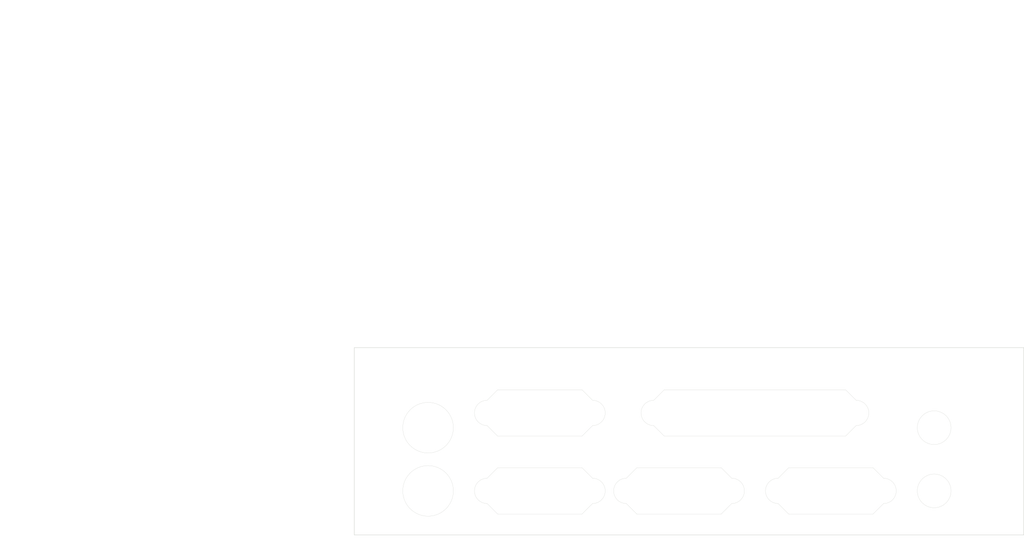
<source format=kicad_pcb>
(kicad_pcb (version 20221018) (generator pcbnew)

  (general
    (thickness 1.6)
  )

  (paper "A4")
  (title_block
    (title "Raven 68060")
    (date "2024")
    (rev "A1")
    (company "Licensed under CERN-OHL-W v2")
    (comment 1 "(c)2024 Anders Granlund")
  )

  (layers
    (0 "F.Cu" signal)
    (31 "B.Cu" signal)
    (32 "B.Adhes" user "B.Adhesive")
    (33 "F.Adhes" user "F.Adhesive")
    (34 "B.Paste" user)
    (35 "F.Paste" user)
    (36 "B.SilkS" user "B.Silkscreen")
    (37 "F.SilkS" user "F.Silkscreen")
    (38 "B.Mask" user)
    (39 "F.Mask" user)
    (40 "Dwgs.User" user "User.Drawings")
    (41 "Cmts.User" user "User.Comments")
    (42 "Eco1.User" user "User.Eco1")
    (43 "Eco2.User" user "User.Eco2")
    (44 "Edge.Cuts" user)
    (45 "Margin" user)
    (46 "B.CrtYd" user "B.Courtyard")
    (47 "F.CrtYd" user "F.Courtyard")
    (48 "B.Fab" user)
    (49 "F.Fab" user)
    (50 "User.1" user)
    (51 "User.2" user)
    (52 "User.3" user)
    (53 "User.4" user)
    (54 "User.5" user)
    (55 "User.6" user)
    (56 "User.7" user)
    (57 "User.8" user)
    (58 "User.9" user)
  )

  (setup
    (pad_to_mask_clearance 0)
    (pcbplotparams
      (layerselection 0x00010fc_ffffffff)
      (plot_on_all_layers_selection 0x0000000_00000000)
      (disableapertmacros false)
      (usegerberextensions false)
      (usegerberattributes true)
      (usegerberadvancedattributes true)
      (creategerberjobfile true)
      (dashed_line_dash_ratio 12.000000)
      (dashed_line_gap_ratio 3.000000)
      (svgprecision 4)
      (plotframeref false)
      (viasonmask false)
      (mode 1)
      (useauxorigin false)
      (hpglpennumber 1)
      (hpglpenspeed 20)
      (hpglpendiameter 15.000000)
      (dxfpolygonmode true)
      (dxfimperialunits true)
      (dxfusepcbnewfont true)
      (psnegative false)
      (psa4output false)
      (plotreference true)
      (plotvalue true)
      (plotinvisibletext false)
      (sketchpadsonfab false)
      (subtractmaskfromsilk false)
      (outputformat 1)
      (mirror false)
      (drillshape 1)
      (scaleselection 1)
      (outputdirectory "")
    )
  )

  (net 0 "")

  (gr_arc (start 171 118.5) (mid 168 115.5) (end 171 112.5)
    (stroke (width 0.05) (type default)) (layer "Edge.Cuts") (tstamp 022809f4-506e-451a-8c9c-697055e9b108))
  (gr_line (start 154 139.5) (end 156.5 137)
    (stroke (width 0.05) (type default)) (layer "Edge.Cuts") (tstamp 02ce4c55-f45e-47ea-aa3e-ed9a93b4c6ba))
  (gr_line (start 223 139.5) (end 225.5 137)
    (stroke (width 0.05) (type default)) (layer "Edge.Cuts") (tstamp 073bf153-8dfd-450e-b8a6-d810f6635025))
  (gr_arc (start 219 112.5) (mid 222 115.5) (end 219 118.5)
    (stroke (width 0.05) (type default)) (layer "Edge.Cuts") (tstamp 0cf961e7-9a93-43bd-9445-3ed17ca68151))
  (gr_line (start 154 110) (end 156.5 112.5)
    (stroke (width 0.05) (type default)) (layer "Edge.Cuts") (tstamp 14193523-37ed-4946-aa86-5276eda86816))
  (gr_line (start 134 121) (end 154 121)
    (stroke (width 0.05) (type default)) (layer "Edge.Cuts") (tstamp 17586430-5503-4207-ba97-868ffa0f197a))
  (gr_line (start 134 128.5) (end 154 128.5)
    (stroke (width 0.05) (type default)) (layer "Edge.Cuts") (tstamp 1ccbe522-3ede-405c-a38b-6e8578f99ca9))
  (gr_arc (start 131.5 118.5) (mid 128.5 115.5) (end 131.5 112.5)
    (stroke (width 0.05) (type default)) (layer "Edge.Cuts") (tstamp 2459127f-7cb8-4720-8a63-2d8315e73c7a))
  (gr_arc (start 156.5 131) (mid 159.5 134) (end 156.5 137)
    (stroke (width 0.05) (type default)) (layer "Edge.Cuts") (tstamp 2a83f176-4da5-4915-a35b-8845cb60c81d))
  (gr_line (start 173.5 110) (end 171 112.5)
    (stroke (width 0.05) (type default)) (layer "Edge.Cuts") (tstamp 2bf6735e-81e3-420b-88b2-ed59bc30fe83))
  (gr_arc (start 131.5 137) (mid 128.5 134) (end 131.5 131)
    (stroke (width 0.05) (type default)) (layer "Edge.Cuts") (tstamp 2e1afb59-aa53-4dc1-b164-d8a5e08c6a94))
  (gr_circle (center 237.5 134) (end 241.5 134)
    (stroke (width 0.05) (type default)) (fill none) (layer "Edge.Cuts") (tstamp 33abe2b0-ea37-40a4-90c4-10b2796c2e56))
  (gr_line (start 154 128.5) (end 156.5 131)
    (stroke (width 0.05) (type default)) (layer "Edge.Cuts") (tstamp 39a2b56a-eded-451f-8cbe-aa2d076147b4))
  (gr_arc (start 164.5 137) (mid 161.5 134) (end 164.5 131)
    (stroke (width 0.05) (type default)) (layer "Edge.Cuts") (tstamp 42cdce8c-389c-42d5-9b98-1d389d0a2db7))
  (gr_line (start 203 128.5) (end 223 128.5)
    (stroke (width 0.05) (type default)) (layer "Edge.Cuts") (tstamp 45f19ad1-9418-4dbb-a259-0baf62230388))
  (gr_line (start 131.5 118.5) (end 134 121)
    (stroke (width 0.05) (type default)) (layer "Edge.Cuts") (tstamp 473de317-8246-4e65-8984-285ee2c01f7c))
  (gr_line (start 164.5 137) (end 167 139.5)
    (stroke (width 0.05) (type default)) (layer "Edge.Cuts") (tstamp 4e95c36e-9af1-4849-a15d-a51ef23c7d0a))
  (gr_arc (start 200.5 137) (mid 197.5 134) (end 200.5 131)
    (stroke (width 0.05) (type default)) (layer "Edge.Cuts") (tstamp 59d386f7-4d90-46b6-a114-3e0f1f85de1a))
  (gr_arc (start 189.5 131) (mid 192.5 134) (end 189.5 137)
    (stroke (width 0.05) (type default)) (layer "Edge.Cuts") (tstamp 68a958ea-5620-462f-905b-939648633883))
  (gr_line (start 131.5 137) (end 134 139.5)
    (stroke (width 0.05) (type default)) (layer "Edge.Cuts") (tstamp 6a64f5c8-96f5-4d0b-a5de-58eb8edb5d0b))
  (gr_rect (start 100 100) (end 258.75 144.45)
    (stroke (width 0.1) (type solid)) (fill none) (layer "Edge.Cuts") (tstamp 6d1794da-22a6-4c02-aaa3-8e8be337af89))
  (gr_line (start 134 139.5) (end 154 139.5)
    (stroke (width 0.05) (type default)) (layer "Edge.Cuts") (tstamp 759c4e8b-47e2-4f86-a856-474d20ff39ea))
  (gr_line (start 216.5 121) (end 219 118.5)
    (stroke (width 0.05) (type default)) (layer "Edge.Cuts") (tstamp 78eb3f17-23c1-4f50-8fb4-28608a53f1ce))
  (gr_circle (center 117.5 134) (end 123.5 134)
    (stroke (width 0.05) (type default)) (fill none) (layer "Edge.Cuts") (tstamp 79b43dfa-5268-4450-b235-58495daaf560))
  (gr_line (start 200.5 137) (end 203 139.5)
    (stroke (width 0.05) (type default)) (layer "Edge.Cuts") (tstamp 7ca3869d-12dc-4128-a923-1eb5c537f13e))
  (gr_line (start 154 121) (end 156.5 118.5)
    (stroke (width 0.05) (type default)) (layer "Edge.Cuts") (tstamp 7da6ac1e-c161-4cc3-b64f-6bcd0d38bb3c))
  (gr_line (start 167 128.5) (end 164.5 131)
    (stroke (width 0.05) (type default)) (layer "Edge.Cuts") (tstamp 81e754c9-0594-4c71-b10f-ba782b0d6191))
  (gr_line (start 134 110) (end 131.5 112.5)
    (stroke (width 0.05) (type default)) (layer "Edge.Cuts") (tstamp 87612dea-50b5-493a-8d13-2d1a7cd95f34))
  (gr_circle (center 237.5 119) (end 241.5 119)
    (stroke (width 0.05) (type default)) (fill none) (layer "Edge.Cuts") (tstamp 8819d434-1a24-4520-82ec-eac69d79119a))
  (gr_arc (start 225.5 131) (mid 228.5 134) (end 225.5 137)
    (stroke (width 0.05) (type default)) (layer "Edge.Cuts") (tstamp 964c306d-ff6b-423e-b7ff-a41b120ce19d))
  (gr_line (start 134 110) (end 154 110)
    (stroke (width 0.05) (type default)) (layer "Edge.Cuts") (tstamp a7621ff9-7d88-4773-bb89-42080fd95e0b))
  (gr_line (start 134 128.5) (end 131.5 131)
    (stroke (width 0.05) (type default)) (layer "Edge.Cuts") (tstamp ac2a7582-5e08-41cb-985a-226d53e2bdf6))
  (gr_line (start 173.5 110) (end 216.5 110)
    (stroke (width 0.05) (type default)) (layer "Edge.Cuts") (tstamp b2b20e2c-93c7-4bcc-b982-c7ce4bc91afd))
  (gr_line (start 216.5 110) (end 219 112.5)
    (stroke (width 0.05) (type default)) (layer "Edge.Cuts") (tstamp b4125478-4f8a-459e-bd98-05d64670276b))
  (gr_circle (center 117.5 119) (end 123.5 119)
    (stroke (width 0.05) (type default)) (fill none) (layer "Edge.Cuts") (tstamp b44dc8a1-7425-42e5-8d3a-41cde22beb2f))
  (gr_line (start 173.5 121) (end 216.5 121)
    (stroke (width 0.05) (type default)) (layer "Edge.Cuts") (tstamp bd0c0346-f188-452b-b9bd-929c4facf118))
  (gr_line (start 203 128.5) (end 200.5 131)
    (stroke (width 0.05) (type default)) (layer "Edge.Cuts") (tstamp c10b1bfc-c710-45cf-8c82-fb3a216c3996))
  (gr_arc (start 156.5 112.5) (mid 159.5 115.5) (end 156.5 118.5)
    (stroke (width 0.05) (type default)) (layer "Edge.Cuts") (tstamp cba41d5e-6e2e-4ec6-89e9-2d365ac00caf))
  (gr_line (start 171 118.5) (end 173.5 121)
    (stroke (width 0.05) (type default)) (layer "Edge.Cuts") (tstamp d4072c90-d3db-4d51-87f1-c009b3ffec0d))
  (gr_line (start 203 139.5) (end 223 139.5)
    (stroke (width 0.05) (type default)) (layer "Edge.Cuts") (tstamp e0646b58-4109-4d41-9a24-b88c6f0c6795))
  (gr_line (start 223 128.5) (end 225.5 131)
    (stroke (width 0.05) (type default)) (layer "Edge.Cuts") (tstamp ed11fd31-6bb9-481c-83df-e698f1dd58b5))
  (gr_line (start 167 128.5) (end 187 128.5)
    (stroke (width 0.05) (type default)) (layer "Edge.Cuts") (tstamp eee23d44-cc79-4957-aa4d-2fc3c8d2bb48))
  (gr_line (start 167 139.5) (end 187 139.5)
    (stroke (width 0.05) (type default)) (layer "Edge.Cuts") (tstamp f07bd500-6303-4722-a416-d7bf46b408d7))
  (gr_line (start 187 139.5) (end 189.5 137)
    (stroke (width 0.05) (type default)) (layer "Edge.Cuts") (tstamp f0be7bcf-9d91-4f33-93ea-5fb8d4358a4e))
  (gr_line (start 187 128.5) (end 189.5 131)
    (stroke (width 0.05) (type default)) (layer "Edge.Cuts") (tstamp fba4a2d7-bd57-4aab-aec7-a776c0c021ba))
  (gr_line (start 113 107) (end 113 107)
    (stroke (width 0.1) (type default)) (layer "User.2") (tstamp a76cebe7-bdf5-4be9-9f6d-4eba86ec1417))
  (gr_text "Raven 68060 rev.A1\nATX IO Shield dimensions" (at 16 31) (layer "Dwgs.User") (tstamp d6fd794b-3813-4826-8002-5603a7baabbf)
    (effects (font (size 5 5) (thickness 0.15)) (justify left bottom))
  )
  (gr_text "MOUSE\nKEYBOARD" (at 117.5 149) (layer "F.Fab") (tstamp 0150b7e7-0e0e-43ed-9ea4-2c7d39ef82e1)
    (effects (font (size 1 1) (thickness 0.15)) (justify bottom))
  )
  (gr_text "LPT1\nCOM2     COM1" (at 194 149) (layer "F.Fab") (tstamp 261161bd-b225-4d6d-ba9b-e2a1032a226c)
    (effects (font (size 1 1) (thickness 0.15)) (justify bottom))
  )
  (gr_text "JOY0\nJOY1" (at 143 149) (layer "F.Fab") (tstamp 9c2fc424-4863-4254-bacd-049ce936354d)
    (effects (font (size 1 1) (thickness 0.15)) (justify bottom))
  )
  (gr_text "MIDI-OUT\nYM2149 / MIDI-IN" (at 237.5 149) (layer "F.Fab") (tstamp f5376cd9-0727-4e19-872d-8e247283805e)
    (effects (font (size 1 1) (thickness 0.15)) (justify left bottom))
  )
  (dimension (type aligned) (layer "F.Fab") (tstamp 29a27852-651c-47ca-8301-b59fa862bd4d)
    (pts (xy 111.5 134) (xy 123.5 134))
    (height -7)
    (gr_text "12.00 mm" (at 117.5 125.85) (layer "F.Fab") (tstamp 29a27852-651c-47ca-8301-b59fa862bd4d)
      (effects (font (size 1 1) (thickness 0.15)))
    )
    (format (prefix "") (suffix "") (units 3) (units_format 1) (precision 2))
    (style (thickness 0.1) (arrow_length 1.27) (text_position_mode 0) (extension_height 0.58642) (extension_offset 0.5) keep_text_aligned)
  )
  (dimension (type orthogonal) (layer "F.Fab") (tstamp 01ac4847-de1b-4cb3-be57-eb18d3725032)
    (pts (xy 237.5 119) (xy 258.75 100))
    (height 7.5)
    (orientation 1)
    (gr_text "19.00 mm" (at 243.85 109.5 90) (layer "F.Fab") (tstamp 01ac4847-de1b-4cb3-be57-eb18d3725032)
      (effects (font (size 1 1) (thickness 0.15)))
    )
    (format (prefix "") (suffix "") (units 3) (units_format 1) (precision 2))
    (style (thickness 0.05) (arrow_length 1.27) (text_position_mode 0) (extension_height 0.58642) (extension_offset 0.5) keep_text_aligned)
  )
  (dimension (type orthogonal) (layer "F.Fab") (tstamp 03e2cdb3-7e6c-4824-b238-e2c9df3ac1ac)
    (pts (xy 237.5 119) (xy 100 100))
    (height -48)
    (orientation 0)
    (gr_text "137.50 mm" (at 168.75 69.85) (layer "F.Fab") (tstamp 03e2cdb3-7e6c-4824-b238-e2c9df3ac1ac)
      (effects (font (size 1 1) (thickness 0.15)))
    )
    (format (prefix "") (suffix "") (units 3) (units_format 1) (precision 2))
    (style (thickness 0.05) (arrow_length 1.27) (text_position_mode 0) (extension_height 0.58642) (extension_offset 0.5) keep_text_aligned)
  )
  (dimension (type orthogonal) (layer "F.Fab") (tstamp 0cc0e5e3-f9c7-46a4-b08c-703e45766af3)
    (pts (xy 237.5 119) (xy 237.5 134))
    (height 7.5)
    (orientation 1)
    (gr_text "15.00 mm" (at 243.85 126.5 90) (layer "F.Fab") (tstamp 0cc0e5e3-f9c7-46a4-b08c-703e45766af3)
      (effects (font (size 1 1) (thickness 0.15)))
    )
    (format (prefix "") (suffix "") (units 3) (units_format 1) (precision 2))
    (style (thickness 0.05) (arrow_length 1.27) (text_position_mode 0) (extension_height 0.58642) (extension_offset 0.5) keep_text_aligned)
  )
  (dimension (type orthogonal) (layer "F.Fab") (tstamp 0d8c3fa5-2cb8-46ce-a590-5e3a15c5661e)
    (pts (xy 171 115.5) (xy 219 115.5))
    (height 0)
    (orientation 0)
    (gr_text "48.00 mm" (at 195 114.35) (layer "F.Fab") (tstamp 0d8c3fa5-2cb8-46ce-a590-5e3a15c5661e)
      (effects (font (size 1 1) (thickness 0.15)))
    )
    (format (prefix "") (suffix "") (units 3) (units_format 1) (precision 2))
    (style (thickness 0.05) (arrow_length 1.27) (text_position_mode 0) (extension_height 0.58642) (extension_offset 0.5) keep_text_aligned)
  )
  (dimension (type orthogonal) (layer "F.Fab") (tstamp 0dc7c66f-29af-474d-8251-acde00ed7a33)
    (pts (xy 131.5 115.5) (xy 131 100))
    (height -4.5)
    (orientation 1)
    (gr_text "15.50 mm" (at 125.85 107.75 90) (layer "F.Fab") (tstamp 0dc7c66f-29af-474d-8251-acde00ed7a33)
      (effects (font (size 1 1) (thickness 0.15)))
    )
    (format (prefix "") (suffix "") (units 3) (units_format 1) (precision 2))
    (style (thickness 0.05) (arrow_length 1.27) (text_position_mode 0) (extension_height 0.58642) (extension_offset 0.5) keep_text_aligned)
  )
  (dimension (type orthogonal) (layer "F.Fab") (tstamp 17483193-eeb9-46ac-9847-2b256c75243c)
    (pts (xy 131.5 115.5) (xy 156.5 115.5))
    (height 0)
    (orientation 0)
    (gr_text "25.00 mm" (at 144 114.35) (layer "F.Fab") (tstamp 17483193-eeb9-46ac-9847-2b256c75243c)
      (effects (font (size 1 1) (thickness 0.15)))
    )
    (format (prefix "") (suffix "") (units 3) (units_format 1) (precision 2))
    (style (thickness 0.05) (arrow_length 1.27) (text_position_mode 0) (extension_height 0.58642) (extension_offset 0.5) keep_text_aligned)
  )
  (dimension (type orthogonal) (layer "F.Fab") (tstamp 1d62f12f-1f9b-47ba-ac34-bd578b846b56)
    (pts (xy 237.5 119) (xy 258.75 100))
    (height -21)
    (orientation 0)
    (gr_text "21.2500 mm" (at 248.125 96.85) (layer "F.Fab") (tstamp 1d62f12f-1f9b-47ba-ac34-bd578b846b56)
      (effects (font (size 1 1) (thickness 0.15)))
    )
    (format (prefix "") (suffix "") (units 3) (units_format 1) (precision 4))
    (style (thickness 0.1) (arrow_length 1.27) (text_position_mode 0) (extension_height 0.58642) (extension_offset 0.5) keep_text_aligned)
  )
  (dimension (type orthogonal) (layer "F.Fab") (tstamp 227517a1-6db1-4e56-b408-b6d67ec70972)
    (pts (xy 237.5 134) (xy 258.75 100))
    (height 12.5)
    (orientation 1)
    (gr_text "34.0000 mm" (at 248.85 117 90) (layer "F.Fab") (tstamp 227517a1-6db1-4e56-b408-b6d67ec70972)
      (effects (font (size 1 1) (thickness 0.15)))
    )
    (format (prefix "") (suffix "") (units 3) (units_format 1) (precision 4))
    (style (thickness 0.1) (arrow_length 1.27) (text_position_mode 0) (extension_height 0.58642) (extension_offset 0.5) keep_text_aligned)
  )
  (dimension (type orthogonal) (layer "F.Fab") (tstamp 26477262-aea1-4ecd-b9b6-04d54cdabb8a)
    (pts (xy 128.5 134) (xy 134.5 134))
    (height -7)
    (orientation 0)
    (gr_text "6.00 mm" (at 131.5 125.85) (layer "F.Fab") (tstamp 26477262-aea1-4ecd-b9b6-04d54cdabb8a)
      (effects (font (size 1 1) (thickness 0.15)))
    )
    (format (prefix "") (suffix "") (units 3) (units_format 1) (precision 2))
    (style (thickness 0.05) (arrow_length 1.27) (text_position_mode 0) (extension_height 0.58642) (extension_offset 0.5) keep_text_aligned)
  )
  (dimension (type orthogonal) (layer "F.Fab") (tstamp 36a778f7-44d3-437d-b0b0-ccdaf80e0ae1)
    (pts (xy 131.5 115.5) (xy 100 100))
    (height -20.5)
    (orientation 0)
    (gr_text "31.5000 mm" (at 115.75 93.85) (layer "F.Fab") (tstamp 36a778f7-44d3-437d-b0b0-ccdaf80e0ae1)
      (effects (font (size 1 1) (thickness 0.15)))
    )
    (format (prefix "") (suffix "") (units 3) (units_format 1) (precision 4))
    (style (thickness 0.05) (arrow_length 1.27) (text_position_mode 0) (extension_height 0.58642) (extension_offset 0.5) keep_text_aligned)
  )
  (dimension (type orthogonal) (layer "F.Fab") (tstamp 391c2af2-1f40-454b-b3da-1d3ed752102d)
    (pts (xy 200.5 134) (xy 225.5 134))
    (height 0)
    (orientation 0)
    (gr_text "25.00 mm" (at 213 132.85) (layer "F.Fab") (tstamp 391c2af2-1f40-454b-b3da-1d3ed752102d)
      (effects (font (size 1 1) (thickness 0.15)))
    )
    (format (prefix "") (suffix "") (units 3) (units_format 1) (precision 2))
    (style (thickness 0.05) (arrow_length 1.27) (text_position_mode 0) (extension_height 0.58642) (extension_offset 0.5) keep_text_aligned)
  )
  (dimension (type orthogonal) (layer "F.Fab") (tstamp 3e7e0c93-914e-4b13-8ec3-2936944bcabe)
    (pts (xy 223 128.5) (xy 222.5 100))
    (height 6.5)
    (orientation 1)
    (gr_text "28.5000 mm" (at 228.35 114.25 90) (layer "F.Fab") (tstamp 3e7e0c93-914e-4b13-8ec3-2936944bcabe)
      (effects (font (size 1 1) (thickness 0.15)))
    )
    (format (prefix "") (suffix "") (units 3) (units_format 1) (precision 4))
    (style (thickness 0.1) (arrow_length 1.27) (text_position_mode 0) (extension_height 0.58642) (extension_offset 0.5) keep_text_aligned)
  )
  (dimension (type orthogonal) (layer "F.Fab") (tstamp 40aa9d75-24c2-4143-a876-7b64b9c6aeb7)
    (pts (xy 100 144.45) (xy 100 100))
    (height -4)
    (orientation 1)
    (gr_text "44.4500 mm" (at 94.85 122.225 90) (layer "F.Fab") (tstamp 40aa9d75-24c2-4143-a876-7b64b9c6aeb7)
      (effects (font (size 1 1) (thickness 0.15)))
    )
    (format (prefix "") (suffix "") (units 3) (units_format 1) (precision 4))
    (style (thickness 0.05) (arrow_length 1.27) (text_position_mode 0) (extension_height 0.58642) (extension_offset 0.5) keep_text_aligned)
  )
  (dimension (type orthogonal) (layer "F.Fab") (tstamp 49fa8e93-df75-4bee-926e-05bcd2ea2185)
    (pts (xy 219 115.5) (xy 100 100))
    (height -38.5)
    (orientation 0)
    (gr_text "119.00 mm" (at 159.5 75.85) (layer "F.Fab") (tstamp 49fa8e93-df75-4bee-926e-05bcd2ea2185)
      (effects (font (size 1 1) (thickness 0.15)))
    )
    (format (prefix "") (suffix "") (units 3) (units_format 1) (precision 2))
    (style (thickness 0.05) (arrow_length 1.27) (text_position_mode 0) (extension_height 0.58642) (extension_offset 0.5) keep_text_aligned)
  )
  (dimension (type orthogonal) (layer "F.Fab") (tstamp 4a10e739-7fd3-4c8d-b800-b94dff9649ee)
    (pts (xy 223 139.5) (xy 222.5 100))
    (height 9)
    (orientation 1)
    (gr_text "39.5000 mm" (at 230.85 119.75 90) (layer "F.Fab") (tstamp 4a10e739-7fd3-4c8d-b800-b94dff9649ee)
      (effects (font (size 1 1) (thickness 0.15)))
    )
    (format (prefix "") (suffix "") (units 3) (units_format 1) (precision 4))
    (style (thickness 0.1) (arrow_length 1.27) (text_position_mode 0) (extension_height 0.58642) (extension_offset 0.5) keep_text_aligned)
  )
  (dimension (type orthogonal) (layer "F.Fab") (tstamp 4f2a3511-a61a-4391-a66a-1558fdc2456a)
    (pts (xy 164.5 134) (xy 189.5 134))
    (height 0)
    (orientation 0)
    (gr_text "25.00 mm" (at 177 132.85) (layer "F.Fab") (tstamp 4f2a3511-a61a-4391-a66a-1558fdc2456a)
      (effects (font (size 1 1) (thickness 0.15)))
    )
    (format (prefix "") (suffix "") (units 3) (units_format 1) (precision 2))
    (style (thickness 0.05) (arrow_length 1.27) (text_position_mode 0) (extension_height 0.58642) (extension_offset 0.5) keep_text_aligned)
  )
  (dimension (type orthogonal) (layer "F.Fab") (tstamp 5e21950f-cdf2-4f2a-abcf-9802e60b4931)
    (pts (xy 131.5 115.5) (xy 131.5 134))
    (height -4.5)
    (orientation 1)
    (gr_text "18.50 mm" (at 125.85 124.75 90) (layer "F.Fab") (tstamp 5e21950f-cdf2-4f2a-abcf-9802e60b4931)
      (effects (font (size 1 1) (thickness 0.15)))
    )
    (format (prefix "") (suffix "") (units 3) (units_format 1) (precision 2))
    (style (thickness 0.05) (arrow_length 1.27) (text_position_mode 0) (extension_height 0.58642) (extension_offset 0.5) keep_text_aligned)
  )
  (dimension (type orthogonal) (layer "F.Fab") (tstamp 78015952-07d7-4bbb-a774-9993d05d761d)
    (pts (xy 171 115.5) (xy 100 100))
    (height -29.5)
    (orientation 0)
    (gr_text "71.00 mm" (at 135.5 84.85) (layer "F.Fab") (tstamp 78015952-07d7-4bbb-a774-9993d05d761d)
      (effects (font (size 1 1) (thickness 0.15)))
    )
    (format (prefix "") (suffix "") (units 3) (units_format 1) (precision 2))
    (style (thickness 0.05) (arrow_length 1.27) (text_position_mode 0) (extension_height 0.58642) (extension_offset 0.5) keep_text_aligned)
  )
  (dimension (type orthogonal) (layer "F.Fab") (tstamp 7a82d8dd-6dbe-4e9f-ac15-12d68ad20343)
    (pts (xy 131.5 134) (xy 156.5 134))
    (height 0)
    (orientation 0)
    (gr_text "25.00 mm" (at 144 132.85) (layer "F.Fab") (tstamp 7a82d8dd-6dbe-4e9f-ac15-12d68ad20343)
      (effects (font (size 1 1) (thickness 0.15)))
    )
    (format (prefix "") (suffix "") (units 3) (units_format 1) (precision 2))
    (style (thickness 0.05) (arrow_length 1.27) (text_position_mode 0) (extension_height 0.58642) (extension_offset 0.5) keep_text_aligned)
  )
  (dimension (type orthogonal) (layer "F.Fab") (tstamp 81a45086-8c4a-4931-889e-227ba375b4ac)
    (pts (xy 200.5 134) (xy 100 100))
    (height -54)
    (orientation 0)
    (gr_text "100.50 mm" (at 150.25 78.85) (layer "F.Fab") (tstamp 81a45086-8c4a-4931-889e-227ba375b4ac)
      (effects (font (size 1 1) (thickness 0.15)))
    )
    (format (prefix "") (suffix "") (units 3) (units_format 1) (precision 2))
    (style (thickness 0.05) (arrow_length 1.27) (text_position_mode 0) (extension_height 0.58642) (extension_offset 0.5) keep_text_aligned)
  )
  (dimension (type orthogonal) (layer "F.Fab") (tstamp 93072eca-06d6-4f09-a90f-53497e450c50)
    (pts (xy 117.5 119) (xy 100 100))
    (height -6.5)
    (orientation 1)
    (gr_text "19.00 mm" (at 109.85 109.5 90) (layer "F.Fab") (tstamp 93072eca-06d6-4f09-a90f-53497e450c50)
      (effects (font (size 1 1) (thickness 0.15)))
    )
    (format (prefix "") (suffix "") (units 3) (units_format 1) (precision 2))
    (style (thickness 0.05) (arrow_length 1.27) (text_position_mode 0) (extension_height 0.58642) (extension_offset 0.5) keep_text_aligned)
  )
  (dimension (type orthogonal) (layer "F.Fab") (tstamp 96cb78e3-303d-4b03-bf7e-b1bc76e8c9ae)
    (pts (xy 189.5 134) (xy 100 100))
    (height -51)
    (orientation 0)
    (gr_text "89.50 mm" (at 144.75 81.85) (layer "F.Fab") (tstamp 96cb78e3-303d-4b03-bf7e-b1bc76e8c9ae)
      (effects (font (size 1 1) (thickness 0.15)))
    )
    (format (prefix "") (suffix "") (units 3) (units_format 1) (precision 2))
    (style (thickness 0.05) (arrow_length 1.27) (text_position_mode 0) (extension_height 0.58642) (extension_offset 0.5) keep_text_aligned)
  )
  (dimension (type orthogonal) (layer "F.Fab") (tstamp 9c0ba917-8fa2-41e5-88e8-f99f66938f8d)
    (pts (xy 117.5 119) (xy 117.5 134))
    (height -6.5)
    (orientation 1)
    (gr_text "15.00 mm" (at 109.85 126.5 90) (layer "F.Fab") (tstamp 9c0ba917-8fa2-41e5-88e8-f99f66938f8d)
      (effects (font (size 1 1) (thickness 0.15)))
    )
    (format (prefix "") (suffix "") (units 3) (units_format 1) (precision 2))
    (style (thickness 0.05) (arrow_length 1.27) (text_position_mode 0) (extension_height 0.58642) (extension_offset 0.5) keep_text_aligned)
  )
  (dimension (type orthogonal) (layer "F.Fab") (tstamp aa35b94e-3c69-4e26-bc02-f6e0a194c46a)
    (pts (xy 117.5 119) (xy 100 119))
    (height -21)
    (orientation 0)
    (gr_text "17.50 mm" (at 108.75 96.85) (layer "F.Fab") (tstamp aa35b94e-3c69-4e26-bc02-f6e0a194c46a)
      (effects (font (size 1 1) (thickness 0.15)))
    )
    (format (prefix "") (suffix "") (units 3) (units_format 1) (precision 2))
    (style (thickness 0.05) (arrow_length 1.27) (text_position_mode 0) (extension_height 0.58642) (extension_offset 0.5) keep_text_aligned)
  )
  (dimension (type orthogonal) (layer "F.Fab") (tstamp b2475268-e9c8-4f42-9a55-c0766d7a07c8)
    (pts (xy 258.75 100) (xy 100 100))
    (height -32)
    (orientation 0)
    (gr_text "158.75 mm" (at 179.375 66.85) (layer "F.Fab") (tstamp b2475268-e9c8-4f42-9a55-c0766d7a07c8)
      (effects (font (size 1 1) (thickness 0.15)))
    )
    (format (prefix "") (suffix "") (units 3) (units_format 1) (precision 2))
    (style (thickness 0.05) (arrow_length 1.27) (text_position_mode 0) (extension_height 0.58642) (extension_offset 0.5) keep_text_aligned)
  )
  (dimension (type orthogonal) (layer "F.Fab") (tstamp b8cb6eb3-2b9a-4f8b-b0af-79f175210b6e)
    (pts (xy 233.5 134) (xy 241.5 134))
    (height -6)
    (orientation 0)
    (gr_text "8.00 mm" (at 237.5 126.85) (layer "F.Fab") (tstamp b8cb6eb3-2b9a-4f8b-b0af-79f175210b6e)
      (effects (font (size 1 1) (thickness 0.15)))
    )
    (format (prefix "") (suffix "") (units 3) (units_format 1) (precision 2))
    (style (thickness 0.05) (arrow_length 1.27) (text_position_mode 0) (extension_height 0.58642) (extension_offset 0.5) keep_text_aligned)
  )
  (dimension (type orthogonal) (layer "F.Fab") (tstamp b91241d9-de18-48b2-bb05-7fe4a3594a08)
    (pts (xy 154 121) (xy 153.5 100))
    (height 8.5)
    (orientation 1)
    (gr_text "21.0000 mm" (at 161.35 110.5 90) (layer "F.Fab") (tstamp b91241d9-de18-48b2-bb05-7fe4a3594a08)
      (effects (font (size 1 1) (thickness 0.15)))
    )
    (format (prefix "") (suffix "") (units 3) (units_format 1) (precision 4))
    (style (thickness 0.1) (arrow_length 1.27) (text_position_mode 0) (extension_height 0.58642) (extension_offset 0.5) keep_text_aligned)
  )
  (dimension (type orthogonal) (layer "F.Fab") (tstamp c0b6e4eb-0bad-437b-a3a0-949ab8599bbf)
    (pts (xy 134 110) (xy 134 100))
    (height 10.5)
    (orientation 1)
    (gr_text "10.0000 mm" (at 143.35 105 90) (layer "F.Fab") (tstamp c0b6e4eb-0bad-437b-a3a0-949ab8599bbf)
      (effects (font (size 1 1) (thickness 0.15)))
    )
    (format (prefix "") (suffix "") (units 3) (units_format 1) (precision 4))
    (style (thickness 0.1) (arrow_length 1.27) (text_position_mode 0) (extension_height 0.58642) (extension_offset 0.5) keep_text_aligned)
  )
  (dimension (type orthogonal) (layer "F.Fab") (tstamp d19f6439-e169-425a-98ae-789fdef4d66a)
    (pts (xy 156.5 115.5) (xy 100 100))
    (height -23.5)
    (orientation 0)
    (gr_text "56.50 mm" (at 128.25 90.85) (layer "F.Fab") (tstamp d19f6439-e169-425a-98ae-789fdef4d66a)
      (effects (font (size 1 1) (thickness 0.15)))
    )
    (format (prefix "") (suffix "") (units 3) (units_format 1) (precision 2))
    (style (thickness 0.05) (arrow_length 1.27) (text_position_mode 0) (extension_height 0.58642) (extension_offset 0.5) keep_text_aligned)
  )
  (dimension (type orthogonal) (layer "F.Fab") (tstamp daebf798-c9d5-43af-a062-6280cb81640f)
    (pts (xy 117.5 134) (xy 100 100))
    (height -10.5)
    (orientation 1)
    (gr_text "34.00 mm" (at 105.85 117 90) (layer "F.Fab") (tstamp daebf798-c9d5-43af-a062-6280cb81640f)
      (effects (font (size 1 1) (thickness 0.15)))
    )
    (format (prefix "") (suffix "") (units 3) (units_format 1) (precision 2))
    (style (thickness 0.05) (arrow_length 1.27) (text_position_mode 0) (extension_height 0.58642) (extension_offset 0.5) keep_text_aligned)
  )
  (dimension (type orthogonal) (layer "F.Fab") (tstamp dd69700f-b774-42d4-aee1-62f93077ec90)
    (pts (xy 164.5 134) (xy 100 100))
    (height -45)
    (orientation 0)
    (gr_text "64.50 mm" (at 132.25 87.85) (layer "F.Fab") (tstamp dd69700f-b774-42d4-aee1-62f93077ec90)
      (effects (font (size 1 1) (thickness 0.15)))
    )
    (format (prefix "") (suffix "") (units 3) (units_format 1) (precision 2))
    (style (thickness 0.05) (arrow_length 1.27) (text_position_mode 0) (extension_height 0.58642) (extension_offset 0.5) keep_text_aligned)
  )
  (dimension (type orthogonal) (layer "F.Fab") (tstamp e8ee399e-8e20-4267-bebf-70ceb6a16090)
    (pts (xy 225.5 134) (xy 100 98))
    (height -60)
    (orientation 0)
    (gr_text "125.50 mm" (at 162.75 72.85) (layer "F.Fab") (tstamp e8ee399e-8e20-4267-bebf-70ceb6a16090)
      (effects (font (size 1 1) (thickness 0.15)))
    )
    (format (prefix "") (suffix "") (units 3) (units_format 1) (precision 2))
    (style (thickness 0.05) (arrow_length 1.27) (text_position_mode 0) (extension_height 0.58642) (extension_offset 0.5) keep_text_aligned)
  )

)

</source>
